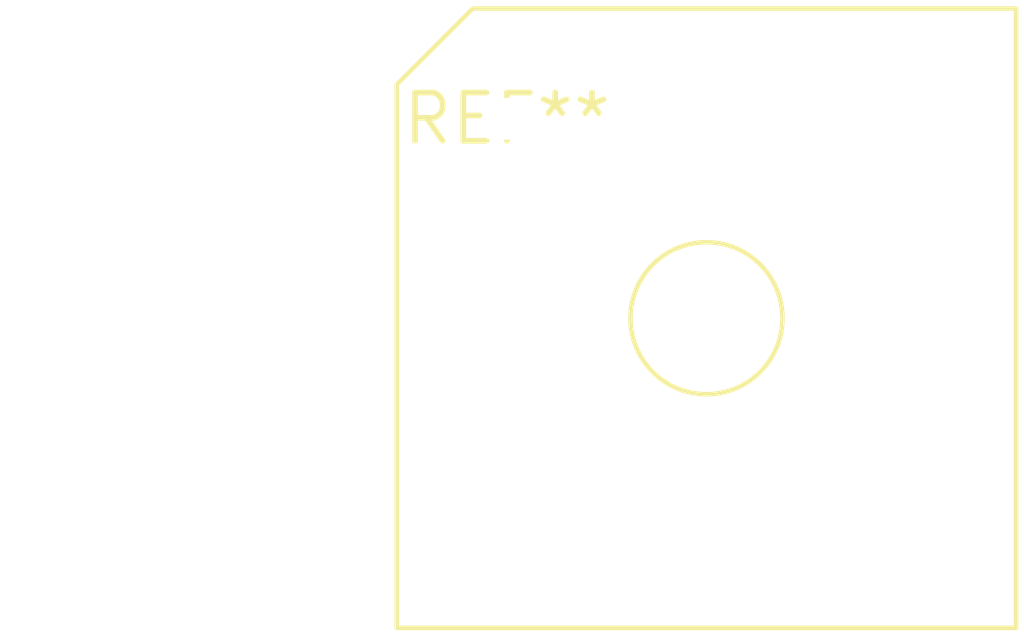
<source format=kicad_pcb>
(kicad_pcb (version 20240108) (generator pcbnew)
  (layers (0 "F.Cu" signal) (31 "B.Cu" signal) (34 "B.Paste" user) (35 "F.Paste" user) (36 "B.SilkS" user "B.Silkscreen") (37 "F.SilkS" user "F.Silkscreen") (38 "B.Mask" user) (39 "F.Mask" user) (44 "Edge.Cuts" user))
  (net 0 "")
  (footprint "Diode_Bridge_Vishay_KBPC1" (layer "F.Cu") (at 0 0)
    (property "Reference" "REF**")
    (property "Value" "Diode_Bridge_Vishay_KBPC1")
    (fp_line (start -2.9 -0.9) (end -2.9 13.4) (layer "F.SilkS") (stroke (width 0.12)))
    (fp_line (start -2.9 13.4) (end 13.4 13.4) (layer "F.SilkS") (stroke (width 0.12)))
    (fp_line (start -0.9 -2.9) (end -2.9 -0.9) (layer "F.SilkS") (stroke (width 0.12)))
    (fp_line (start 13.4 -2.9) (end -0.9 -2.9) (layer "F.SilkS") (stroke (width 0.12)))
    (fp_line (start 13.4 13.4) (end 13.4 -2.9) (layer "F.SilkS") (stroke (width 0.12)))
    (fp_circle (center 5.25 5.25) (end 5.25 7.25) (layer "F.SilkS") (stroke (width 0.12)) (fill none))
    (pad "1" thru_hole rect (at 0 0) (size 2.2 2.2) (drill 1.1) (layers *.Cu *.Mask) (remove_unused_layers))
    (pad "2" thru_hole circle (at 0.1 10.5) (size 2.2 2.2) (drill 1.1) (layers *.Cu *.Mask) (remove_unused_layers))
    (pad "3" thru_hole circle (at 10.5 10.5) (size 2.2 2.2) (drill 1.1) (layers *.Cu *.Mask) (remove_unused_layers))
    (pad "4" thru_hole circle (at 10.5 0) (size 2.2 2.2) (drill 1.1) (layers *.Cu *.Mask) (remove_unused_layers))
  )
)
</source>
